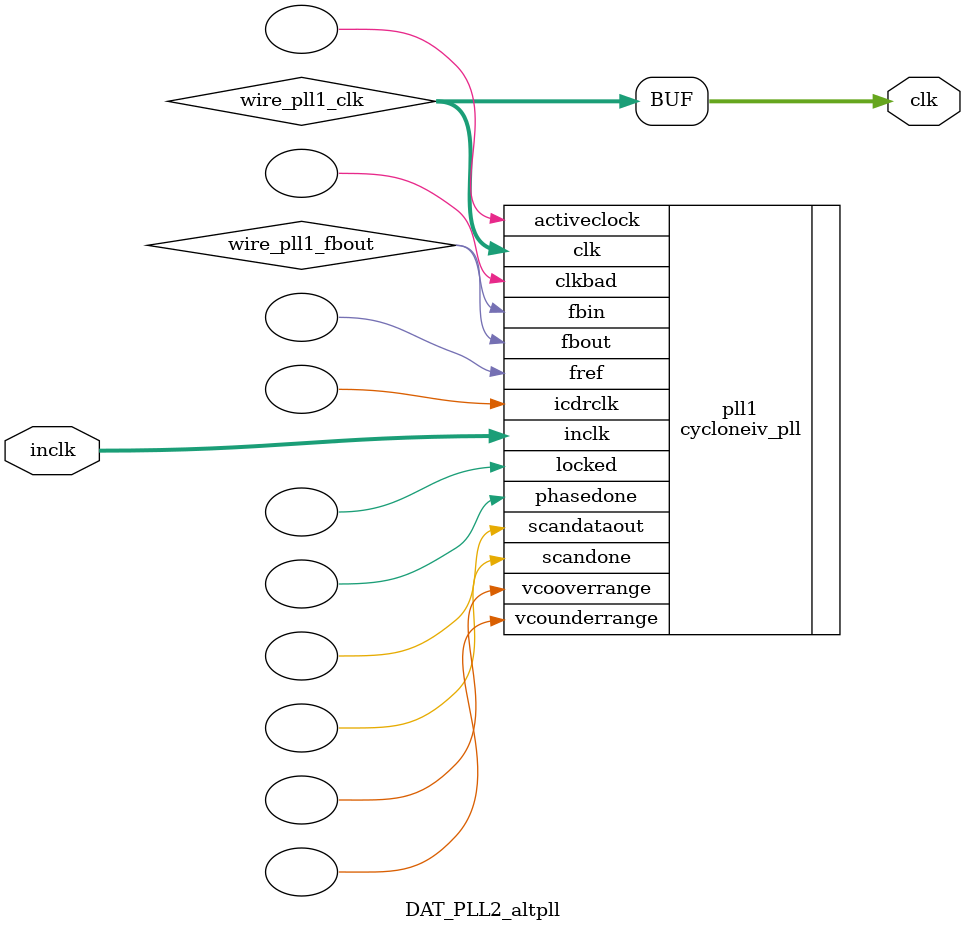
<source format=v>






//synthesis_resources = cycloneiv_pll 1 
//synopsys translate_off
`timescale 1 ps / 1 ps
//synopsys translate_on
module  DAT_PLL2_altpll
	( 
	clk,
	inclk) /* synthesis synthesis_clearbox=1 */;
	output   [4:0]  clk;
	input   [1:0]  inclk;
`ifndef ALTERA_RESERVED_QIS
// synopsys translate_off
`endif
	tri0   [1:0]  inclk;
`ifndef ALTERA_RESERVED_QIS
// synopsys translate_on
`endif

	wire  [4:0]   wire_pll1_clk;
	wire  wire_pll1_fbout;

	cycloneiv_pll   pll1
	( 
	.activeclock(),
	.clk(wire_pll1_clk),
	.clkbad(),
	.fbin(wire_pll1_fbout),
	.fbout(wire_pll1_fbout),
	.fref(),
	.icdrclk(),
	.inclk(inclk),
	.locked(),
	.phasedone(),
	.scandataout(),
	.scandone(),
	.vcooverrange(),
	.vcounderrange()
	`ifndef FORMAL_VERIFICATION
	// synopsys translate_off
	`endif
	,
	.areset(1'b0),
	.clkswitch(1'b0),
	.configupdate(1'b0),
	.pfdena(1'b1),
	.phasecounterselect({3{1'b0}}),
	.phasestep(1'b0),
	.phaseupdown(1'b0),
	.scanclk(1'b0),
	.scanclkena(1'b1),
	.scandata(1'b0)
	`ifndef FORMAL_VERIFICATION
	// synopsys translate_on
	`endif
	);
	defparam
		pll1.bandwidth_type = "auto",
		pll1.clk0_divide_by = 5,
		pll1.clk0_duty_cycle = 50,
		pll1.clk0_multiply_by = 1,
		pll1.clk0_phase_shift = "0",
		pll1.compensate_clock = "clk0",
		pll1.inclk0_input_frequency = 16000,
		pll1.operation_mode = "normal",
		pll1.pll_type = "auto",
		pll1.lpm_type = "cycloneiv_pll";
	assign
		clk = {wire_pll1_clk[4:0]};
endmodule //DAT_PLL2_altpll
//VALID FILE

</source>
